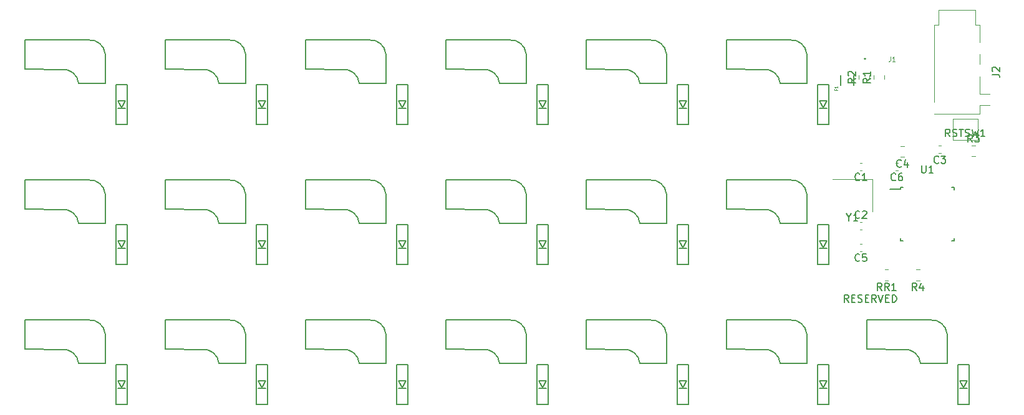
<source format=gbr>
G04 #@! TF.GenerationSoftware,KiCad,Pcbnew,(5.1.7)-1*
G04 #@! TF.CreationDate,2021-01-25T07:56:41+09:00*
G04 #@! TF.ProjectId,pisces,70697363-6573-42e6-9b69-6361645f7063,rev?*
G04 #@! TF.SameCoordinates,Original*
G04 #@! TF.FileFunction,Legend,Top*
G04 #@! TF.FilePolarity,Positive*
%FSLAX46Y46*%
G04 Gerber Fmt 4.6, Leading zero omitted, Abs format (unit mm)*
G04 Created by KiCad (PCBNEW (5.1.7)-1) date 2021-01-25 07:56:41*
%MOMM*%
%LPD*%
G01*
G04 APERTURE LIST*
%ADD10C,0.150000*%
%ADD11C,0.120000*%
%ADD12C,0.127000*%
%ADD13C,0.200000*%
%ADD14C,0.015000*%
G04 APERTURE END LIST*
D10*
X157004119Y-78874880D02*
X156670785Y-78398690D01*
X156432690Y-78874880D02*
X156432690Y-77874880D01*
X156813642Y-77874880D01*
X156908880Y-77922500D01*
X156956500Y-77970119D01*
X157004119Y-78065357D01*
X157004119Y-78208214D01*
X156956500Y-78303452D01*
X156908880Y-78351071D01*
X156813642Y-78398690D01*
X156432690Y-78398690D01*
X157432690Y-78351071D02*
X157766023Y-78351071D01*
X157908880Y-78874880D02*
X157432690Y-78874880D01*
X157432690Y-77874880D01*
X157908880Y-77874880D01*
X158289833Y-78827261D02*
X158432690Y-78874880D01*
X158670785Y-78874880D01*
X158766023Y-78827261D01*
X158813642Y-78779642D01*
X158861261Y-78684404D01*
X158861261Y-78589166D01*
X158813642Y-78493928D01*
X158766023Y-78446309D01*
X158670785Y-78398690D01*
X158480309Y-78351071D01*
X158385071Y-78303452D01*
X158337452Y-78255833D01*
X158289833Y-78160595D01*
X158289833Y-78065357D01*
X158337452Y-77970119D01*
X158385071Y-77922500D01*
X158480309Y-77874880D01*
X158718404Y-77874880D01*
X158861261Y-77922500D01*
X159289833Y-78351071D02*
X159623166Y-78351071D01*
X159766023Y-78874880D02*
X159289833Y-78874880D01*
X159289833Y-77874880D01*
X159766023Y-77874880D01*
X160766023Y-78874880D02*
X160432690Y-78398690D01*
X160194595Y-78874880D02*
X160194595Y-77874880D01*
X160575547Y-77874880D01*
X160670785Y-77922500D01*
X160718404Y-77970119D01*
X160766023Y-78065357D01*
X160766023Y-78208214D01*
X160718404Y-78303452D01*
X160670785Y-78351071D01*
X160575547Y-78398690D01*
X160194595Y-78398690D01*
X161051738Y-77874880D02*
X161385071Y-78874880D01*
X161718404Y-77874880D01*
X162051738Y-78351071D02*
X162385071Y-78351071D01*
X162527928Y-78874880D02*
X162051738Y-78874880D01*
X162051738Y-77874880D01*
X162527928Y-77874880D01*
X162956500Y-78874880D02*
X162956500Y-77874880D01*
X163194595Y-77874880D01*
X163337452Y-77922500D01*
X163432690Y-78017738D01*
X163480309Y-78112976D01*
X163527928Y-78303452D01*
X163527928Y-78446309D01*
X163480309Y-78636785D01*
X163432690Y-78732023D01*
X163337452Y-78827261D01*
X163194595Y-78874880D01*
X162956500Y-78874880D01*
X151350000Y-49104000D02*
X147740000Y-49104000D01*
X151350000Y-45150000D02*
X151350000Y-49095000D01*
X140450000Y-43196000D02*
X149075000Y-43196000D01*
X140450000Y-47104000D02*
X140450000Y-43196000D01*
X140450000Y-47150000D02*
X145500000Y-47196000D01*
X151339000Y-45080000D02*
G75*
G03*
X149075000Y-43196000I-2074000J-190000D01*
G01*
X147735000Y-49080000D02*
G75*
G03*
X145475000Y-47200000I-2070000J-190000D01*
G01*
D11*
X158832767Y-59942000D02*
X158540233Y-59942000D01*
X158832767Y-60962000D02*
X158540233Y-60962000D01*
X158540233Y-67943000D02*
X158832767Y-67943000D01*
X158540233Y-68963000D02*
X158832767Y-68963000D01*
X169564267Y-58612500D02*
X169271733Y-58612500D01*
X169564267Y-57592500D02*
X169271733Y-57592500D01*
X164599252Y-59091500D02*
X164076748Y-59091500D01*
X164599252Y-57621500D02*
X164076748Y-57621500D01*
X158832767Y-70927500D02*
X158540233Y-70927500D01*
X158832767Y-71947500D02*
X158540233Y-71947500D01*
X163722267Y-60962000D02*
X163429733Y-60962000D01*
X163722267Y-59942000D02*
X163429733Y-59942000D01*
D10*
X57543000Y-49306500D02*
X59043000Y-49306500D01*
X57543000Y-54706500D02*
X57543000Y-49306500D01*
X59043000Y-54706500D02*
X57543000Y-54706500D01*
X59043000Y-49306500D02*
X59043000Y-54706500D01*
X57793000Y-51506500D02*
X58293000Y-52406500D01*
X58793000Y-51506500D02*
X57793000Y-51506500D01*
X58293000Y-52406500D02*
X58793000Y-51506500D01*
X58793000Y-52506500D02*
X57793000Y-52506500D01*
X58793000Y-71556500D02*
X57793000Y-71556500D01*
X58293000Y-71456500D02*
X58793000Y-70556500D01*
X58793000Y-70556500D02*
X57793000Y-70556500D01*
X57793000Y-70556500D02*
X58293000Y-71456500D01*
X59043000Y-68356500D02*
X59043000Y-73756500D01*
X59043000Y-73756500D02*
X57543000Y-73756500D01*
X57543000Y-73756500D02*
X57543000Y-68356500D01*
X57543000Y-68356500D02*
X59043000Y-68356500D01*
X57543000Y-87406500D02*
X59043000Y-87406500D01*
X57543000Y-92806500D02*
X57543000Y-87406500D01*
X59043000Y-92806500D02*
X57543000Y-92806500D01*
X59043000Y-87406500D02*
X59043000Y-92806500D01*
X57793000Y-89606500D02*
X58293000Y-90506500D01*
X58793000Y-89606500D02*
X57793000Y-89606500D01*
X58293000Y-90506500D02*
X58793000Y-89606500D01*
X58793000Y-90606500D02*
X57793000Y-90606500D01*
X96893000Y-52506500D02*
X95893000Y-52506500D01*
X96393000Y-52406500D02*
X96893000Y-51506500D01*
X96893000Y-51506500D02*
X95893000Y-51506500D01*
X95893000Y-51506500D02*
X96393000Y-52406500D01*
X97143000Y-49306500D02*
X97143000Y-54706500D01*
X97143000Y-54706500D02*
X95643000Y-54706500D01*
X95643000Y-54706500D02*
X95643000Y-49306500D01*
X95643000Y-49306500D02*
X97143000Y-49306500D01*
X95643000Y-68356500D02*
X97143000Y-68356500D01*
X95643000Y-73756500D02*
X95643000Y-68356500D01*
X97143000Y-73756500D02*
X95643000Y-73756500D01*
X97143000Y-68356500D02*
X97143000Y-73756500D01*
X95893000Y-70556500D02*
X96393000Y-71456500D01*
X96893000Y-70556500D02*
X95893000Y-70556500D01*
X96393000Y-71456500D02*
X96893000Y-70556500D01*
X96893000Y-71556500D02*
X95893000Y-71556500D01*
X115943000Y-52506500D02*
X114943000Y-52506500D01*
X115443000Y-52406500D02*
X115943000Y-51506500D01*
X115943000Y-51506500D02*
X114943000Y-51506500D01*
X114943000Y-51506500D02*
X115443000Y-52406500D01*
X116193000Y-49306500D02*
X116193000Y-54706500D01*
X116193000Y-54706500D02*
X114693000Y-54706500D01*
X114693000Y-54706500D02*
X114693000Y-49306500D01*
X114693000Y-49306500D02*
X116193000Y-49306500D01*
X114693000Y-68356500D02*
X116193000Y-68356500D01*
X114693000Y-73756500D02*
X114693000Y-68356500D01*
X116193000Y-73756500D02*
X114693000Y-73756500D01*
X116193000Y-68356500D02*
X116193000Y-73756500D01*
X114943000Y-70556500D02*
X115443000Y-71456500D01*
X115943000Y-70556500D02*
X114943000Y-70556500D01*
X115443000Y-71456500D02*
X115943000Y-70556500D01*
X115943000Y-71556500D02*
X114943000Y-71556500D01*
X114693000Y-87406500D02*
X116193000Y-87406500D01*
X114693000Y-92806500D02*
X114693000Y-87406500D01*
X116193000Y-92806500D02*
X114693000Y-92806500D01*
X116193000Y-87406500D02*
X116193000Y-92806500D01*
X114943000Y-89606500D02*
X115443000Y-90506500D01*
X115943000Y-89606500D02*
X114943000Y-89606500D01*
X115443000Y-90506500D02*
X115943000Y-89606500D01*
X115943000Y-90606500D02*
X114943000Y-90606500D01*
X134993000Y-71556500D02*
X133993000Y-71556500D01*
X134493000Y-71456500D02*
X134993000Y-70556500D01*
X134993000Y-70556500D02*
X133993000Y-70556500D01*
X133993000Y-70556500D02*
X134493000Y-71456500D01*
X135243000Y-68356500D02*
X135243000Y-73756500D01*
X135243000Y-73756500D02*
X133743000Y-73756500D01*
X133743000Y-73756500D02*
X133743000Y-68356500D01*
X133743000Y-68356500D02*
X135243000Y-68356500D01*
X133743000Y-87406500D02*
X135243000Y-87406500D01*
X133743000Y-92806500D02*
X133743000Y-87406500D01*
X135243000Y-92806500D02*
X133743000Y-92806500D01*
X135243000Y-87406500D02*
X135243000Y-92806500D01*
X133993000Y-89606500D02*
X134493000Y-90506500D01*
X134993000Y-89606500D02*
X133993000Y-89606500D01*
X134493000Y-90506500D02*
X134993000Y-89606500D01*
X134993000Y-90606500D02*
X133993000Y-90606500D01*
X154043000Y-71556500D02*
X153043000Y-71556500D01*
X153543000Y-71456500D02*
X154043000Y-70556500D01*
X154043000Y-70556500D02*
X153043000Y-70556500D01*
X153043000Y-70556500D02*
X153543000Y-71456500D01*
X154293000Y-68356500D02*
X154293000Y-73756500D01*
X154293000Y-73756500D02*
X152793000Y-73756500D01*
X152793000Y-73756500D02*
X152793000Y-68356500D01*
X152793000Y-68356500D02*
X154293000Y-68356500D01*
X154043000Y-90606500D02*
X153043000Y-90606500D01*
X153543000Y-90506500D02*
X154043000Y-89606500D01*
X154043000Y-89606500D02*
X153043000Y-89606500D01*
X153043000Y-89606500D02*
X153543000Y-90506500D01*
X154293000Y-87406500D02*
X154293000Y-92806500D01*
X154293000Y-92806500D02*
X152793000Y-92806500D01*
X152793000Y-92806500D02*
X152793000Y-87406500D01*
X152793000Y-87406500D02*
X154293000Y-87406500D01*
D12*
X155945000Y-49384500D02*
X155945000Y-48024500D01*
X157745000Y-49384500D02*
X157745000Y-48024500D01*
D13*
X159348000Y-45759500D02*
G75*
G03*
X159348000Y-45759500I-100000J0D01*
G01*
D11*
X160428000Y-48487064D02*
X160428000Y-48032936D01*
X161898000Y-48487064D02*
X161898000Y-48032936D01*
X159866000Y-48487064D02*
X159866000Y-48032936D01*
X158396000Y-48487064D02*
X158396000Y-48032936D01*
X173762936Y-57558000D02*
X174217064Y-57558000D01*
X173762936Y-59028000D02*
X174217064Y-59028000D01*
X166660564Y-74449000D02*
X166206436Y-74449000D01*
X166660564Y-75919000D02*
X166206436Y-75919000D01*
D10*
X56100000Y-49104000D02*
X52490000Y-49104000D01*
X56100000Y-45150000D02*
X56100000Y-49095000D01*
X45200000Y-43196000D02*
X53825000Y-43196000D01*
X45200000Y-47104000D02*
X45200000Y-43196000D01*
X45200000Y-47150000D02*
X50250000Y-47196000D01*
X56089000Y-45080000D02*
G75*
G03*
X53825000Y-43196000I-2074000J-190000D01*
G01*
X52485000Y-49080000D02*
G75*
G03*
X50225000Y-47200000I-2070000J-190000D01*
G01*
X45200000Y-66200000D02*
X50250000Y-66246000D01*
X45200000Y-66154000D02*
X45200000Y-62246000D01*
X45200000Y-62246000D02*
X53825000Y-62246000D01*
X56100000Y-64200000D02*
X56100000Y-68145000D01*
X56100000Y-68154000D02*
X52490000Y-68154000D01*
X52485000Y-68130000D02*
G75*
G03*
X50225000Y-66250000I-2070000J-190000D01*
G01*
X56089000Y-64130000D02*
G75*
G03*
X53825000Y-62246000I-2074000J-190000D01*
G01*
X56100000Y-87204000D02*
X52490000Y-87204000D01*
X56100000Y-83250000D02*
X56100000Y-87195000D01*
X45200000Y-81296000D02*
X53825000Y-81296000D01*
X45200000Y-85204000D02*
X45200000Y-81296000D01*
X45200000Y-85250000D02*
X50250000Y-85296000D01*
X56089000Y-83180000D02*
G75*
G03*
X53825000Y-81296000I-2074000J-190000D01*
G01*
X52485000Y-87180000D02*
G75*
G03*
X50225000Y-85300000I-2070000J-190000D01*
G01*
X64250000Y-47150000D02*
X69300000Y-47196000D01*
X64250000Y-47104000D02*
X64250000Y-43196000D01*
X64250000Y-43196000D02*
X72875000Y-43196000D01*
X75150000Y-45150000D02*
X75150000Y-49095000D01*
X75150000Y-49104000D02*
X71540000Y-49104000D01*
X71535000Y-49080000D02*
G75*
G03*
X69275000Y-47200000I-2070000J-190000D01*
G01*
X75139000Y-45080000D02*
G75*
G03*
X72875000Y-43196000I-2074000J-190000D01*
G01*
X64250000Y-66200000D02*
X69300000Y-66246000D01*
X64250000Y-66154000D02*
X64250000Y-62246000D01*
X64250000Y-62246000D02*
X72875000Y-62246000D01*
X75150000Y-64200000D02*
X75150000Y-68145000D01*
X75150000Y-68154000D02*
X71540000Y-68154000D01*
X71535000Y-68130000D02*
G75*
G03*
X69275000Y-66250000I-2070000J-190000D01*
G01*
X75139000Y-64130000D02*
G75*
G03*
X72875000Y-62246000I-2074000J-190000D01*
G01*
X75150000Y-87204000D02*
X71540000Y-87204000D01*
X75150000Y-83250000D02*
X75150000Y-87195000D01*
X64250000Y-81296000D02*
X72875000Y-81296000D01*
X64250000Y-85204000D02*
X64250000Y-81296000D01*
X64250000Y-85250000D02*
X69300000Y-85296000D01*
X75139000Y-83180000D02*
G75*
G03*
X72875000Y-81296000I-2074000J-190000D01*
G01*
X71535000Y-87180000D02*
G75*
G03*
X69275000Y-85300000I-2070000J-190000D01*
G01*
X83300000Y-47150000D02*
X88350000Y-47196000D01*
X83300000Y-47104000D02*
X83300000Y-43196000D01*
X83300000Y-43196000D02*
X91925000Y-43196000D01*
X94200000Y-45150000D02*
X94200000Y-49095000D01*
X94200000Y-49104000D02*
X90590000Y-49104000D01*
X90585000Y-49080000D02*
G75*
G03*
X88325000Y-47200000I-2070000J-190000D01*
G01*
X94189000Y-45080000D02*
G75*
G03*
X91925000Y-43196000I-2074000J-190000D01*
G01*
X94200000Y-68154000D02*
X90590000Y-68154000D01*
X94200000Y-64200000D02*
X94200000Y-68145000D01*
X83300000Y-62246000D02*
X91925000Y-62246000D01*
X83300000Y-66154000D02*
X83300000Y-62246000D01*
X83300000Y-66200000D02*
X88350000Y-66246000D01*
X94189000Y-64130000D02*
G75*
G03*
X91925000Y-62246000I-2074000J-190000D01*
G01*
X90585000Y-68130000D02*
G75*
G03*
X88325000Y-66250000I-2070000J-190000D01*
G01*
X94200000Y-87204000D02*
X90590000Y-87204000D01*
X94200000Y-83250000D02*
X94200000Y-87195000D01*
X83300000Y-81296000D02*
X91925000Y-81296000D01*
X83300000Y-85204000D02*
X83300000Y-81296000D01*
X83300000Y-85250000D02*
X88350000Y-85296000D01*
X94189000Y-83180000D02*
G75*
G03*
X91925000Y-81296000I-2074000J-190000D01*
G01*
X90585000Y-87180000D02*
G75*
G03*
X88325000Y-85300000I-2070000J-190000D01*
G01*
X113250000Y-49104000D02*
X109640000Y-49104000D01*
X113250000Y-45150000D02*
X113250000Y-49095000D01*
X102350000Y-43196000D02*
X110975000Y-43196000D01*
X102350000Y-47104000D02*
X102350000Y-43196000D01*
X102350000Y-47150000D02*
X107400000Y-47196000D01*
X113239000Y-45080000D02*
G75*
G03*
X110975000Y-43196000I-2074000J-190000D01*
G01*
X109635000Y-49080000D02*
G75*
G03*
X107375000Y-47200000I-2070000J-190000D01*
G01*
X102350000Y-66200000D02*
X107400000Y-66246000D01*
X102350000Y-66154000D02*
X102350000Y-62246000D01*
X102350000Y-62246000D02*
X110975000Y-62246000D01*
X113250000Y-64200000D02*
X113250000Y-68145000D01*
X113250000Y-68154000D02*
X109640000Y-68154000D01*
X109635000Y-68130000D02*
G75*
G03*
X107375000Y-66250000I-2070000J-190000D01*
G01*
X113239000Y-64130000D02*
G75*
G03*
X110975000Y-62246000I-2074000J-190000D01*
G01*
X113250000Y-87204000D02*
X109640000Y-87204000D01*
X113250000Y-83250000D02*
X113250000Y-87195000D01*
X102350000Y-81296000D02*
X110975000Y-81296000D01*
X102350000Y-85204000D02*
X102350000Y-81296000D01*
X102350000Y-85250000D02*
X107400000Y-85296000D01*
X113239000Y-83180000D02*
G75*
G03*
X110975000Y-81296000I-2074000J-190000D01*
G01*
X109635000Y-87180000D02*
G75*
G03*
X107375000Y-85300000I-2070000J-190000D01*
G01*
X121400000Y-47150000D02*
X126450000Y-47196000D01*
X121400000Y-47104000D02*
X121400000Y-43196000D01*
X121400000Y-43196000D02*
X130025000Y-43196000D01*
X132300000Y-45150000D02*
X132300000Y-49095000D01*
X132300000Y-49104000D02*
X128690000Y-49104000D01*
X128685000Y-49080000D02*
G75*
G03*
X126425000Y-47200000I-2070000J-190000D01*
G01*
X132289000Y-45080000D02*
G75*
G03*
X130025000Y-43196000I-2074000J-190000D01*
G01*
X121400000Y-66200000D02*
X126450000Y-66246000D01*
X121400000Y-66154000D02*
X121400000Y-62246000D01*
X121400000Y-62246000D02*
X130025000Y-62246000D01*
X132300000Y-64200000D02*
X132300000Y-68145000D01*
X132300000Y-68154000D02*
X128690000Y-68154000D01*
X128685000Y-68130000D02*
G75*
G03*
X126425000Y-66250000I-2070000J-190000D01*
G01*
X132289000Y-64130000D02*
G75*
G03*
X130025000Y-62246000I-2074000J-190000D01*
G01*
X121400000Y-85250000D02*
X126450000Y-85296000D01*
X121400000Y-85204000D02*
X121400000Y-81296000D01*
X121400000Y-81296000D02*
X130025000Y-81296000D01*
X132300000Y-83250000D02*
X132300000Y-87195000D01*
X132300000Y-87204000D02*
X128690000Y-87204000D01*
X128685000Y-87180000D02*
G75*
G03*
X126425000Y-85300000I-2070000J-190000D01*
G01*
X132289000Y-83180000D02*
G75*
G03*
X130025000Y-81296000I-2074000J-190000D01*
G01*
X140450000Y-66200000D02*
X145500000Y-66246000D01*
X140450000Y-66154000D02*
X140450000Y-62246000D01*
X140450000Y-62246000D02*
X149075000Y-62246000D01*
X151350000Y-64200000D02*
X151350000Y-68145000D01*
X151350000Y-68154000D02*
X147740000Y-68154000D01*
X147735000Y-68130000D02*
G75*
G03*
X145475000Y-66250000I-2070000J-190000D01*
G01*
X151339000Y-64130000D02*
G75*
G03*
X149075000Y-62246000I-2074000J-190000D01*
G01*
X151350000Y-87204000D02*
X147740000Y-87204000D01*
X151350000Y-83250000D02*
X151350000Y-87195000D01*
X140450000Y-81296000D02*
X149075000Y-81296000D01*
X140450000Y-85204000D02*
X140450000Y-81296000D01*
X140450000Y-85250000D02*
X145500000Y-85296000D01*
X151339000Y-83180000D02*
G75*
G03*
X149075000Y-81296000I-2074000J-190000D01*
G01*
X147735000Y-87180000D02*
G75*
G03*
X145475000Y-85300000I-2070000J-190000D01*
G01*
X170400000Y-87204000D02*
X166790000Y-87204000D01*
X170400000Y-83250000D02*
X170400000Y-87195000D01*
X159500000Y-81296000D02*
X168125000Y-81296000D01*
X159500000Y-85204000D02*
X159500000Y-81296000D01*
X159500000Y-85250000D02*
X164550000Y-85296000D01*
X170389000Y-83180000D02*
G75*
G03*
X168125000Y-81296000I-2074000J-190000D01*
G01*
X166785000Y-87180000D02*
G75*
G03*
X164525000Y-85300000I-2070000J-190000D01*
G01*
X164078500Y-63240500D02*
X164078500Y-63465500D01*
X171328500Y-63240500D02*
X171328500Y-63565500D01*
X171328500Y-70490500D02*
X171328500Y-70165500D01*
X164078500Y-70490500D02*
X164078500Y-70165500D01*
X164078500Y-63240500D02*
X164403500Y-63240500D01*
X164078500Y-70490500D02*
X164403500Y-70490500D01*
X171328500Y-70490500D02*
X171003500Y-70490500D01*
X171328500Y-63240500D02*
X171003500Y-63240500D01*
X164078500Y-63465500D02*
X162653500Y-63465500D01*
D11*
X160243500Y-66525500D02*
X160243500Y-62125500D01*
X160243500Y-62125500D02*
X154843500Y-62125500D01*
X174804000Y-50548000D02*
X176204000Y-50548000D01*
X174804000Y-52098000D02*
X176204000Y-52098000D01*
X168604000Y-51648000D02*
X168604000Y-41123000D01*
X174804000Y-52098000D02*
X174804000Y-53223000D01*
X174804000Y-48148000D02*
X174804000Y-50548000D01*
X174804000Y-45148000D02*
X174804000Y-46498000D01*
X174804000Y-41123000D02*
X174804000Y-43498000D01*
X168604000Y-53223000D02*
X174804000Y-53223000D01*
X174804000Y-41123000D02*
X174204000Y-41123000D01*
X169204000Y-41123000D02*
X168604000Y-41123000D01*
X174204000Y-39123000D02*
X169204000Y-39123000D01*
X174204000Y-41123000D02*
X174204000Y-39123000D01*
X169204000Y-41123000D02*
X169204000Y-39123000D01*
X171147000Y-53922000D02*
X171147000Y-56822000D01*
X171147000Y-56822000D02*
X174547000Y-56822000D01*
X174547000Y-56822000D02*
X174547000Y-53922000D01*
X174547000Y-53922000D02*
X171147000Y-53922000D01*
D10*
X76592999Y-49306500D02*
X78092999Y-49306500D01*
X76592999Y-54706500D02*
X76592999Y-49306500D01*
X78092999Y-54706500D02*
X76592999Y-54706500D01*
X78092999Y-49306500D02*
X78092999Y-54706500D01*
X76842999Y-51506500D02*
X77342999Y-52406500D01*
X77842999Y-51506500D02*
X76842999Y-51506500D01*
X77342999Y-52406500D02*
X77842999Y-51506500D01*
X77842999Y-52506500D02*
X76842999Y-52506500D01*
X77842999Y-71556500D02*
X76842999Y-71556500D01*
X77342999Y-71456500D02*
X77842999Y-70556500D01*
X77842999Y-70556500D02*
X76842999Y-70556500D01*
X76842999Y-70556500D02*
X77342999Y-71456500D01*
X78092999Y-68356500D02*
X78092999Y-73756500D01*
X78092999Y-73756500D02*
X76592999Y-73756500D01*
X76592999Y-73756500D02*
X76592999Y-68356500D01*
X76592999Y-68356500D02*
X78092999Y-68356500D01*
X76592999Y-87406500D02*
X78092999Y-87406500D01*
X76592999Y-92806500D02*
X76592999Y-87406500D01*
X78092999Y-92806500D02*
X76592999Y-92806500D01*
X78092999Y-87406500D02*
X78092999Y-92806500D01*
X76842999Y-89606500D02*
X77342999Y-90506500D01*
X77842999Y-89606500D02*
X76842999Y-89606500D01*
X77342999Y-90506500D02*
X77842999Y-89606500D01*
X77842999Y-90606500D02*
X76842999Y-90606500D01*
X96893000Y-90606500D02*
X95893000Y-90606500D01*
X96393000Y-90506500D02*
X96893000Y-89606500D01*
X96893000Y-89606500D02*
X95893000Y-89606500D01*
X95893000Y-89606500D02*
X96393000Y-90506500D01*
X97143000Y-87406500D02*
X97143000Y-92806500D01*
X97143000Y-92806500D02*
X95643000Y-92806500D01*
X95643000Y-92806500D02*
X95643000Y-87406500D01*
X95643000Y-87406500D02*
X97143000Y-87406500D01*
X133743000Y-49306500D02*
X135243000Y-49306500D01*
X133743000Y-54706500D02*
X133743000Y-49306500D01*
X135243000Y-54706500D02*
X133743000Y-54706500D01*
X135243000Y-49306500D02*
X135243000Y-54706500D01*
X133993000Y-51506500D02*
X134493000Y-52406500D01*
X134993000Y-51506500D02*
X133993000Y-51506500D01*
X134493000Y-52406500D02*
X134993000Y-51506500D01*
X134993000Y-52506500D02*
X133993000Y-52506500D01*
X152793000Y-49306500D02*
X154293000Y-49306500D01*
X152793000Y-54706500D02*
X152793000Y-49306500D01*
X154293000Y-54706500D02*
X152793000Y-54706500D01*
X154293000Y-49306500D02*
X154293000Y-54706500D01*
X153043000Y-51506500D02*
X153543000Y-52406500D01*
X154043000Y-51506500D02*
X153043000Y-51506500D01*
X153543000Y-52406500D02*
X154043000Y-51506500D01*
X154043000Y-52506500D02*
X153043000Y-52506500D01*
X173093000Y-90606500D02*
X172093000Y-90606500D01*
X172593000Y-90506500D02*
X173093000Y-89606500D01*
X173093000Y-89606500D02*
X172093000Y-89606500D01*
X172093000Y-89606500D02*
X172593000Y-90506500D01*
X173343000Y-87406500D02*
X173343000Y-92806500D01*
X173343000Y-92806500D02*
X171843000Y-92806500D01*
X171843000Y-92806500D02*
X171843000Y-87406500D01*
X171843000Y-87406500D02*
X173343000Y-87406500D01*
D11*
X162406064Y-75919000D02*
X161951936Y-75919000D01*
X162406064Y-74449000D02*
X161951936Y-74449000D01*
D10*
X158519833Y-62239142D02*
X158472214Y-62286761D01*
X158329357Y-62334380D01*
X158234119Y-62334380D01*
X158091261Y-62286761D01*
X157996023Y-62191523D01*
X157948404Y-62096285D01*
X157900785Y-61905809D01*
X157900785Y-61762952D01*
X157948404Y-61572476D01*
X157996023Y-61477238D01*
X158091261Y-61382000D01*
X158234119Y-61334380D01*
X158329357Y-61334380D01*
X158472214Y-61382000D01*
X158519833Y-61429619D01*
X159472214Y-62334380D02*
X158900785Y-62334380D01*
X159186500Y-62334380D02*
X159186500Y-61334380D01*
X159091261Y-61477238D01*
X158996023Y-61572476D01*
X158900785Y-61620095D01*
X158519833Y-67380142D02*
X158472214Y-67427761D01*
X158329357Y-67475380D01*
X158234119Y-67475380D01*
X158091261Y-67427761D01*
X157996023Y-67332523D01*
X157948404Y-67237285D01*
X157900785Y-67046809D01*
X157900785Y-66903952D01*
X157948404Y-66713476D01*
X157996023Y-66618238D01*
X158091261Y-66523000D01*
X158234119Y-66475380D01*
X158329357Y-66475380D01*
X158472214Y-66523000D01*
X158519833Y-66570619D01*
X158900785Y-66570619D02*
X158948404Y-66523000D01*
X159043642Y-66475380D01*
X159281738Y-66475380D01*
X159376976Y-66523000D01*
X159424595Y-66570619D01*
X159472214Y-66665857D01*
X159472214Y-66761095D01*
X159424595Y-66903952D01*
X158853166Y-67475380D01*
X159472214Y-67475380D01*
X169251333Y-59889642D02*
X169203714Y-59937261D01*
X169060857Y-59984880D01*
X168965619Y-59984880D01*
X168822761Y-59937261D01*
X168727523Y-59842023D01*
X168679904Y-59746785D01*
X168632285Y-59556309D01*
X168632285Y-59413452D01*
X168679904Y-59222976D01*
X168727523Y-59127738D01*
X168822761Y-59032500D01*
X168965619Y-58984880D01*
X169060857Y-58984880D01*
X169203714Y-59032500D01*
X169251333Y-59080119D01*
X169584666Y-58984880D02*
X170203714Y-58984880D01*
X169870380Y-59365833D01*
X170013238Y-59365833D01*
X170108476Y-59413452D01*
X170156095Y-59461071D01*
X170203714Y-59556309D01*
X170203714Y-59794404D01*
X170156095Y-59889642D01*
X170108476Y-59937261D01*
X170013238Y-59984880D01*
X169727523Y-59984880D01*
X169632285Y-59937261D01*
X169584666Y-59889642D01*
X164171333Y-60393642D02*
X164123714Y-60441261D01*
X163980857Y-60488880D01*
X163885619Y-60488880D01*
X163742761Y-60441261D01*
X163647523Y-60346023D01*
X163599904Y-60250785D01*
X163552285Y-60060309D01*
X163552285Y-59917452D01*
X163599904Y-59726976D01*
X163647523Y-59631738D01*
X163742761Y-59536500D01*
X163885619Y-59488880D01*
X163980857Y-59488880D01*
X164123714Y-59536500D01*
X164171333Y-59584119D01*
X165028476Y-59822214D02*
X165028476Y-60488880D01*
X164790380Y-59441261D02*
X164552285Y-60155547D01*
X165171333Y-60155547D01*
X158519833Y-73224642D02*
X158472214Y-73272261D01*
X158329357Y-73319880D01*
X158234119Y-73319880D01*
X158091261Y-73272261D01*
X157996023Y-73177023D01*
X157948404Y-73081785D01*
X157900785Y-72891309D01*
X157900785Y-72748452D01*
X157948404Y-72557976D01*
X157996023Y-72462738D01*
X158091261Y-72367500D01*
X158234119Y-72319880D01*
X158329357Y-72319880D01*
X158472214Y-72367500D01*
X158519833Y-72415119D01*
X159424595Y-72319880D02*
X158948404Y-72319880D01*
X158900785Y-72796071D01*
X158948404Y-72748452D01*
X159043642Y-72700833D01*
X159281738Y-72700833D01*
X159376976Y-72748452D01*
X159424595Y-72796071D01*
X159472214Y-72891309D01*
X159472214Y-73129404D01*
X159424595Y-73224642D01*
X159376976Y-73272261D01*
X159281738Y-73319880D01*
X159043642Y-73319880D01*
X158948404Y-73272261D01*
X158900785Y-73224642D01*
X163409333Y-62239142D02*
X163361714Y-62286761D01*
X163218857Y-62334380D01*
X163123619Y-62334380D01*
X162980761Y-62286761D01*
X162885523Y-62191523D01*
X162837904Y-62096285D01*
X162790285Y-61905809D01*
X162790285Y-61762952D01*
X162837904Y-61572476D01*
X162885523Y-61477238D01*
X162980761Y-61382000D01*
X163123619Y-61334380D01*
X163218857Y-61334380D01*
X163361714Y-61382000D01*
X163409333Y-61429619D01*
X164266476Y-61334380D02*
X164076000Y-61334380D01*
X163980761Y-61382000D01*
X163933142Y-61429619D01*
X163837904Y-61572476D01*
X163790285Y-61762952D01*
X163790285Y-62143904D01*
X163837904Y-62239142D01*
X163885523Y-62286761D01*
X163980761Y-62334380D01*
X164171238Y-62334380D01*
X164266476Y-62286761D01*
X164314095Y-62239142D01*
X164361714Y-62143904D01*
X164361714Y-61905809D01*
X164314095Y-61810571D01*
X164266476Y-61762952D01*
X164171238Y-61715333D01*
X163980761Y-61715333D01*
X163885523Y-61762952D01*
X163837904Y-61810571D01*
X163790285Y-61905809D01*
D14*
X155316878Y-49895733D02*
X155316878Y-50026967D01*
X155523102Y-50026967D02*
X155129401Y-50026967D01*
X155129401Y-49839490D01*
X155523102Y-49483285D02*
X155523102Y-49708257D01*
X155523102Y-49595771D02*
X155129401Y-49595771D01*
X155185644Y-49633266D01*
X155223140Y-49670761D01*
X155241887Y-49708257D01*
X162685142Y-45479727D02*
X162685142Y-45937395D01*
X162654630Y-46028928D01*
X162593608Y-46089950D01*
X162502075Y-46120461D01*
X162441052Y-46120461D01*
X163325876Y-46120461D02*
X162959742Y-46120461D01*
X163142809Y-46120461D02*
X163142809Y-45479727D01*
X163081786Y-45571261D01*
X163020764Y-45632283D01*
X162959742Y-45662794D01*
D10*
X159965380Y-48426666D02*
X159489190Y-48760000D01*
X159965380Y-48998095D02*
X158965380Y-48998095D01*
X158965380Y-48617142D01*
X159013000Y-48521904D01*
X159060619Y-48474285D01*
X159155857Y-48426666D01*
X159298714Y-48426666D01*
X159393952Y-48474285D01*
X159441571Y-48521904D01*
X159489190Y-48617142D01*
X159489190Y-48998095D01*
X159965380Y-47474285D02*
X159965380Y-48045714D01*
X159965380Y-47760000D02*
X158965380Y-47760000D01*
X159108238Y-47855238D01*
X159203476Y-47950476D01*
X159251095Y-48045714D01*
X157933380Y-48426666D02*
X157457190Y-48760000D01*
X157933380Y-48998095D02*
X156933380Y-48998095D01*
X156933380Y-48617142D01*
X156981000Y-48521904D01*
X157028619Y-48474285D01*
X157123857Y-48426666D01*
X157266714Y-48426666D01*
X157361952Y-48474285D01*
X157409571Y-48521904D01*
X157457190Y-48617142D01*
X157457190Y-48998095D01*
X157028619Y-48045714D02*
X156981000Y-47998095D01*
X156933380Y-47902857D01*
X156933380Y-47664761D01*
X156981000Y-47569523D01*
X157028619Y-47521904D01*
X157123857Y-47474285D01*
X157219095Y-47474285D01*
X157361952Y-47521904D01*
X157933380Y-48093333D01*
X157933380Y-47474285D01*
X173823333Y-57095380D02*
X173490000Y-56619190D01*
X173251904Y-57095380D02*
X173251904Y-56095380D01*
X173632857Y-56095380D01*
X173728095Y-56143000D01*
X173775714Y-56190619D01*
X173823333Y-56285857D01*
X173823333Y-56428714D01*
X173775714Y-56523952D01*
X173728095Y-56571571D01*
X173632857Y-56619190D01*
X173251904Y-56619190D01*
X174156666Y-56095380D02*
X174775714Y-56095380D01*
X174442380Y-56476333D01*
X174585238Y-56476333D01*
X174680476Y-56523952D01*
X174728095Y-56571571D01*
X174775714Y-56666809D01*
X174775714Y-56904904D01*
X174728095Y-57000142D01*
X174680476Y-57047761D01*
X174585238Y-57095380D01*
X174299523Y-57095380D01*
X174204285Y-57047761D01*
X174156666Y-57000142D01*
X166266833Y-77286380D02*
X165933500Y-76810190D01*
X165695404Y-77286380D02*
X165695404Y-76286380D01*
X166076357Y-76286380D01*
X166171595Y-76334000D01*
X166219214Y-76381619D01*
X166266833Y-76476857D01*
X166266833Y-76619714D01*
X166219214Y-76714952D01*
X166171595Y-76762571D01*
X166076357Y-76810190D01*
X165695404Y-76810190D01*
X167123976Y-76619714D02*
X167123976Y-77286380D01*
X166885880Y-76238761D02*
X166647785Y-76953047D01*
X167266833Y-76953047D01*
X166941595Y-60267880D02*
X166941595Y-61077404D01*
X166989214Y-61172642D01*
X167036833Y-61220261D01*
X167132071Y-61267880D01*
X167322547Y-61267880D01*
X167417785Y-61220261D01*
X167465404Y-61172642D01*
X167513023Y-61077404D01*
X167513023Y-60267880D01*
X168513023Y-61267880D02*
X167941595Y-61267880D01*
X168227309Y-61267880D02*
X168227309Y-60267880D01*
X168132071Y-60410738D01*
X168036833Y-60505976D01*
X167941595Y-60553595D01*
X157067309Y-67301690D02*
X157067309Y-67777880D01*
X156733976Y-66777880D02*
X157067309Y-67301690D01*
X157400642Y-66777880D01*
X158257785Y-67777880D02*
X157686357Y-67777880D01*
X157972071Y-67777880D02*
X157972071Y-66777880D01*
X157876833Y-66920738D01*
X157781595Y-67015976D01*
X157686357Y-67063595D01*
X176506380Y-47881333D02*
X177220666Y-47881333D01*
X177363523Y-47928952D01*
X177458761Y-48024190D01*
X177506380Y-48167047D01*
X177506380Y-48262285D01*
X176601619Y-47452761D02*
X176554000Y-47405142D01*
X176506380Y-47309904D01*
X176506380Y-47071809D01*
X176554000Y-46976571D01*
X176601619Y-46928952D01*
X176696857Y-46881333D01*
X176792095Y-46881333D01*
X176934952Y-46928952D01*
X177506380Y-47500380D01*
X177506380Y-46881333D01*
X170775571Y-56324380D02*
X170442238Y-55848190D01*
X170204142Y-56324380D02*
X170204142Y-55324380D01*
X170585095Y-55324380D01*
X170680333Y-55372000D01*
X170727952Y-55419619D01*
X170775571Y-55514857D01*
X170775571Y-55657714D01*
X170727952Y-55752952D01*
X170680333Y-55800571D01*
X170585095Y-55848190D01*
X170204142Y-55848190D01*
X171156523Y-56276761D02*
X171299380Y-56324380D01*
X171537476Y-56324380D01*
X171632714Y-56276761D01*
X171680333Y-56229142D01*
X171727952Y-56133904D01*
X171727952Y-56038666D01*
X171680333Y-55943428D01*
X171632714Y-55895809D01*
X171537476Y-55848190D01*
X171347000Y-55800571D01*
X171251761Y-55752952D01*
X171204142Y-55705333D01*
X171156523Y-55610095D01*
X171156523Y-55514857D01*
X171204142Y-55419619D01*
X171251761Y-55372000D01*
X171347000Y-55324380D01*
X171585095Y-55324380D01*
X171727952Y-55372000D01*
X172013666Y-55324380D02*
X172585095Y-55324380D01*
X172299380Y-56324380D02*
X172299380Y-55324380D01*
X172870809Y-56276761D02*
X173013666Y-56324380D01*
X173251761Y-56324380D01*
X173347000Y-56276761D01*
X173394619Y-56229142D01*
X173442238Y-56133904D01*
X173442238Y-56038666D01*
X173394619Y-55943428D01*
X173347000Y-55895809D01*
X173251761Y-55848190D01*
X173061285Y-55800571D01*
X172966047Y-55752952D01*
X172918428Y-55705333D01*
X172870809Y-55610095D01*
X172870809Y-55514857D01*
X172918428Y-55419619D01*
X172966047Y-55372000D01*
X173061285Y-55324380D01*
X173299380Y-55324380D01*
X173442238Y-55372000D01*
X173775571Y-55324380D02*
X174013666Y-56324380D01*
X174204142Y-55610095D01*
X174394619Y-56324380D01*
X174632714Y-55324380D01*
X175537476Y-56324380D02*
X174966047Y-56324380D01*
X175251761Y-56324380D02*
X175251761Y-55324380D01*
X175156523Y-55467238D01*
X175061285Y-55562476D01*
X174966047Y-55610095D01*
X161512333Y-77286380D02*
X161179000Y-76810190D01*
X160940904Y-77286380D02*
X160940904Y-76286380D01*
X161321857Y-76286380D01*
X161417095Y-76334000D01*
X161464714Y-76381619D01*
X161512333Y-76476857D01*
X161512333Y-76619714D01*
X161464714Y-76714952D01*
X161417095Y-76762571D01*
X161321857Y-76810190D01*
X160940904Y-76810190D01*
X162512333Y-77286380D02*
X162179000Y-76810190D01*
X161940904Y-77286380D02*
X161940904Y-76286380D01*
X162321857Y-76286380D01*
X162417095Y-76334000D01*
X162464714Y-76381619D01*
X162512333Y-76476857D01*
X162512333Y-76619714D01*
X162464714Y-76714952D01*
X162417095Y-76762571D01*
X162321857Y-76810190D01*
X161940904Y-76810190D01*
X163464714Y-77286380D02*
X162893285Y-77286380D01*
X163179000Y-77286380D02*
X163179000Y-76286380D01*
X163083761Y-76429238D01*
X162988523Y-76524476D01*
X162893285Y-76572095D01*
M02*

</source>
